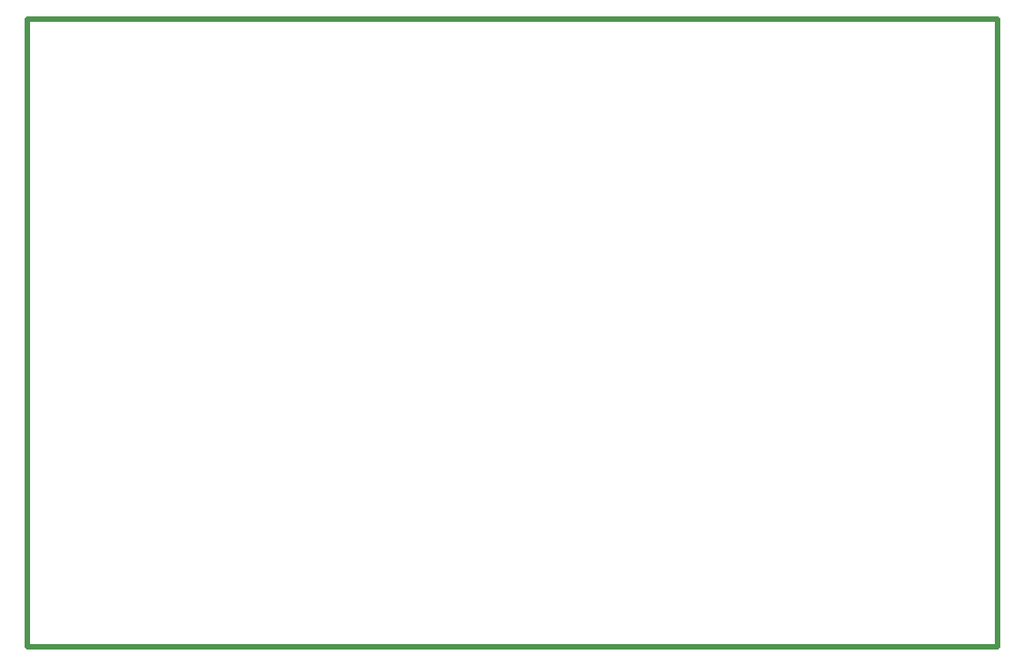
<source format=gm1>
G04*
G04 #@! TF.GenerationSoftware,Altium Limited,Altium Designer,21.6.4 (81)*
G04*
G04 Layer_Color=16711935*
%FSLAX25Y25*%
%MOIN*%
G70*
G04*
G04 #@! TF.SameCoordinates,A847D882-0BDF-4909-9EFC-D743794CE1D5*
G04*
G04*
G04 #@! TF.FilePolarity,Positive*
G04*
G01*
G75*
%ADD48C,0.02000*%
D48*
X0Y230000D02*
X0Y0D01*
X0Y230000D02*
X355000D01*
Y0D02*
Y230000D01*
X0Y0D02*
X355000D01*
M02*

</source>
